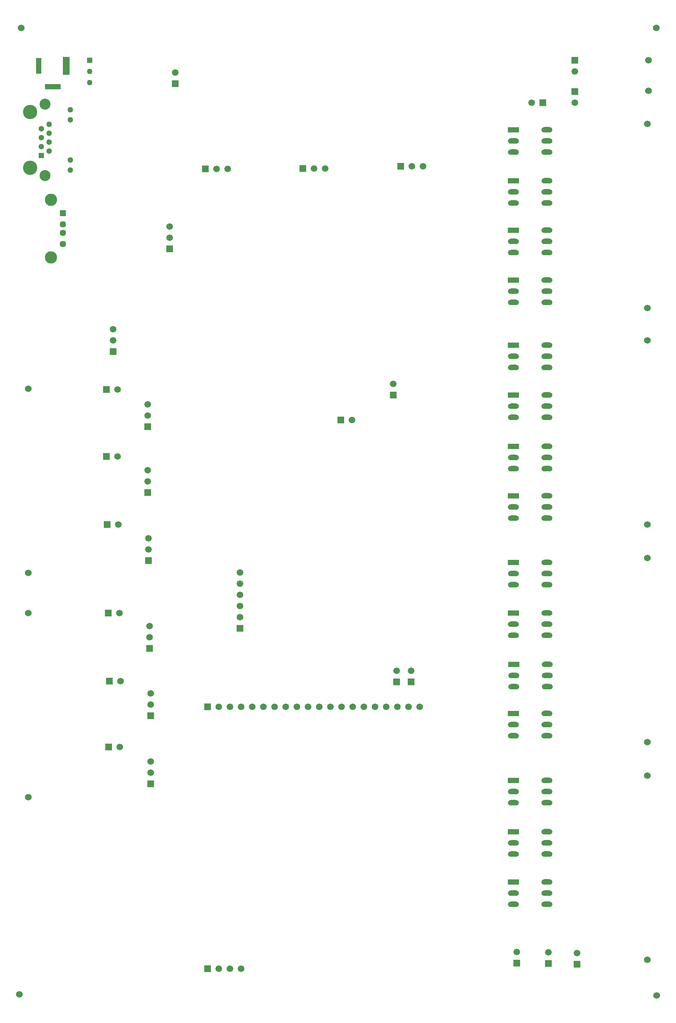
<source format=gbr>
%TF.GenerationSoftware,Altium Limited,Altium Designer,19.1.5 (86)*%
G04 Layer_Color=255*
%FSLAX26Y26*%
%MOIN*%
%TF.FileFunction,Pads,Bot*%
%TF.Part,Single*%
G01*
G75*
%TA.AperFunction,ComponentPad*%
%ADD56R,0.050000X0.050000*%
%ADD57C,0.050000*%
%ADD58R,0.059055X0.059055*%
%ADD59C,0.059055*%
%ADD60R,0.059055X0.059055*%
%ADD61R,0.100000X0.050000*%
%ADD62O,0.100000X0.050000*%
%ADD63C,0.110236*%
%ADD64C,0.057087*%
%ADD65R,0.057087X0.057087*%
%ADD66C,0.060000*%
%ADD67R,0.139764X0.051181*%
%ADD68R,0.051181X0.139764*%
%ADD69R,0.061024X0.161417*%
%ADD70R,0.051181X0.051181*%
%ADD71C,0.051181*%
%ADD72C,0.127953*%
%ADD73C,0.098425*%
%TA.AperFunction,ViaPad*%
%ADD74C,0.060000*%
D56*
X1775000Y9205000D02*
D03*
D57*
Y9105000D02*
D03*
Y9005000D02*
D03*
D58*
X5835000Y8825000D02*
D03*
X2810000Y8230000D02*
D03*
X3685000Y8235000D02*
D03*
X4560000Y8253780D02*
D03*
X4025000Y5980000D02*
D03*
X2830000Y3410000D02*
D03*
Y1065000D02*
D03*
X1945000Y3050000D02*
D03*
X1950000Y3640000D02*
D03*
X1940000Y4250000D02*
D03*
X1930000Y5045000D02*
D03*
X1925000Y5655000D02*
D03*
Y6255000D02*
D03*
D59*
X5735000Y8825000D02*
D03*
X2910000Y8230000D02*
D03*
X3010000D02*
D03*
X3785000Y8235000D02*
D03*
X3885000D02*
D03*
X4660000Y8253780D02*
D03*
X4760000D02*
D03*
X2490000Y7615000D02*
D03*
Y7715000D02*
D03*
X4495000Y6305000D02*
D03*
X1985000Y6695000D02*
D03*
Y6795000D02*
D03*
X2320000Y2820000D02*
D03*
Y2920000D02*
D03*
Y3430000D02*
D03*
Y3530000D02*
D03*
X2310000Y4035000D02*
D03*
Y4135000D02*
D03*
X4125000Y5980000D02*
D03*
X2300000Y4820000D02*
D03*
Y4920000D02*
D03*
X2295000Y5430000D02*
D03*
Y5530000D02*
D03*
Y6020000D02*
D03*
Y6120000D02*
D03*
X4655000Y3735000D02*
D03*
X4525000D02*
D03*
X2930000Y3410000D02*
D03*
X3030000D02*
D03*
X3130000D02*
D03*
X3230000D02*
D03*
X3330000D02*
D03*
X3430000D02*
D03*
X3530000D02*
D03*
X3630000D02*
D03*
X3730000D02*
D03*
X3830000D02*
D03*
X3930000D02*
D03*
X4030000D02*
D03*
X4130000D02*
D03*
X4230000D02*
D03*
X4330000D02*
D03*
X4430000D02*
D03*
X4530000D02*
D03*
X4630000D02*
D03*
X4730000D02*
D03*
X3130000Y1065000D02*
D03*
X3030000D02*
D03*
X2930000D02*
D03*
X2045000Y3050000D02*
D03*
X2050000Y3640000D02*
D03*
X2040000Y4250000D02*
D03*
X2030000Y5045000D02*
D03*
X2025000Y5655000D02*
D03*
Y6255000D02*
D03*
X6120000Y9105000D02*
D03*
X2540000Y9095000D02*
D03*
X6120000Y8825000D02*
D03*
X3120000Y4215000D02*
D03*
Y4315000D02*
D03*
Y4415000D02*
D03*
Y4515000D02*
D03*
Y4615000D02*
D03*
X6140000Y1205000D02*
D03*
X5885000Y1210000D02*
D03*
X5600000Y1215000D02*
D03*
D60*
X2490000Y7515000D02*
D03*
X4495000Y6205000D02*
D03*
X1985000Y6595000D02*
D03*
X2320000Y2720000D02*
D03*
Y3330000D02*
D03*
X2310000Y3935000D02*
D03*
X2300000Y4720000D02*
D03*
X2295000Y5330000D02*
D03*
Y5920000D02*
D03*
X4655000Y3635000D02*
D03*
X4525000D02*
D03*
X6120000Y9205000D02*
D03*
X2540000Y8995000D02*
D03*
X6120000Y8925000D02*
D03*
X3120000Y4115000D02*
D03*
X6140000Y1105000D02*
D03*
X5885000Y1110000D02*
D03*
X5600000Y1115000D02*
D03*
D61*
X5570000Y1840000D02*
D03*
Y2290000D02*
D03*
Y2750000D02*
D03*
Y3350000D02*
D03*
X5575000Y3790000D02*
D03*
X5570000Y4250000D02*
D03*
Y4705000D02*
D03*
Y5300000D02*
D03*
Y5745000D02*
D03*
Y6205000D02*
D03*
Y6650000D02*
D03*
Y7235000D02*
D03*
Y7680000D02*
D03*
Y8125000D02*
D03*
Y8580000D02*
D03*
D62*
Y1740000D02*
D03*
Y1640000D02*
D03*
X5870000Y1840000D02*
D03*
Y1740000D02*
D03*
Y1640000D02*
D03*
X5570000Y2190000D02*
D03*
Y2090000D02*
D03*
X5870000Y2290000D02*
D03*
Y2190000D02*
D03*
Y2090000D02*
D03*
X5570000Y2650000D02*
D03*
Y2550000D02*
D03*
X5870000Y2750000D02*
D03*
Y2650000D02*
D03*
Y2550000D02*
D03*
X5570000Y3250000D02*
D03*
Y3150000D02*
D03*
X5870000Y3350000D02*
D03*
Y3250000D02*
D03*
Y3150000D02*
D03*
X5575000Y3690000D02*
D03*
Y3590000D02*
D03*
X5875000Y3790000D02*
D03*
Y3690000D02*
D03*
Y3590000D02*
D03*
X5570000Y4150000D02*
D03*
Y4050000D02*
D03*
X5870000Y4250000D02*
D03*
Y4150000D02*
D03*
Y4050000D02*
D03*
X5570000Y4605000D02*
D03*
Y4505000D02*
D03*
X5870000Y4705000D02*
D03*
Y4605000D02*
D03*
Y4505000D02*
D03*
X5570000Y5200000D02*
D03*
Y5100000D02*
D03*
X5870000Y5300000D02*
D03*
Y5200000D02*
D03*
Y5100000D02*
D03*
X5570000Y5645000D02*
D03*
Y5545000D02*
D03*
X5870000Y5745000D02*
D03*
Y5645000D02*
D03*
Y5545000D02*
D03*
X5570000Y6105000D02*
D03*
Y6005000D02*
D03*
X5870000Y6205000D02*
D03*
Y6105000D02*
D03*
Y6005000D02*
D03*
X5570000Y6550000D02*
D03*
Y6450000D02*
D03*
X5870000Y6650000D02*
D03*
Y6550000D02*
D03*
Y6450000D02*
D03*
X5570000Y7135000D02*
D03*
Y7035000D02*
D03*
X5870000Y7235000D02*
D03*
Y7135000D02*
D03*
Y7035000D02*
D03*
X5570000Y7580000D02*
D03*
Y7480000D02*
D03*
X5870000Y7680000D02*
D03*
Y7580000D02*
D03*
Y7480000D02*
D03*
X5570000Y8025000D02*
D03*
Y7925000D02*
D03*
X5870000Y8125000D02*
D03*
Y8025000D02*
D03*
Y7925000D02*
D03*
X5570000Y8480000D02*
D03*
Y8380000D02*
D03*
X5870000Y8580000D02*
D03*
Y8480000D02*
D03*
Y8380000D02*
D03*
D63*
X1428347Y7436339D02*
D03*
Y7953661D02*
D03*
D64*
X1535039Y7557205D02*
D03*
Y7655630D02*
D03*
Y7734370D02*
D03*
D65*
Y7832795D02*
D03*
D66*
X1223976Y2600000D02*
D03*
Y4251575D02*
D03*
X6771024Y2795000D02*
D03*
Y1143425D02*
D03*
X6770000Y4745000D02*
D03*
Y3093425D02*
D03*
X1223976Y4610000D02*
D03*
Y6261575D02*
D03*
X6771024Y6695000D02*
D03*
Y5043425D02*
D03*
X6780000Y9205000D02*
D03*
Y8931378D02*
D03*
X6771024Y8635000D02*
D03*
Y6983425D02*
D03*
D67*
X1444921Y8966024D02*
D03*
D68*
X1316968Y9155000D02*
D03*
D69*
X1563032D02*
D03*
D70*
X1339921Y8349213D02*
D03*
D71*
X1410000Y8630315D02*
D03*
Y8389370D02*
D03*
X1339921Y8590157D02*
D03*
Y8429528D02*
D03*
X1410000Y8550000D02*
D03*
Y8469685D02*
D03*
X1339921Y8509843D02*
D03*
X1599764Y8759843D02*
D03*
Y8219685D02*
D03*
Y8669685D02*
D03*
Y8309843D02*
D03*
D72*
X1239921Y8239764D02*
D03*
Y8739764D02*
D03*
D73*
X1374961Y8169882D02*
D03*
Y8809646D02*
D03*
D74*
X1145000Y835000D02*
D03*
X6855000Y825000D02*
D03*
X6850000Y9495000D02*
D03*
X1160000D02*
D03*
%TF.MD5,2fce3d3484952b2302166203df6fbce3*%
M02*

</source>
